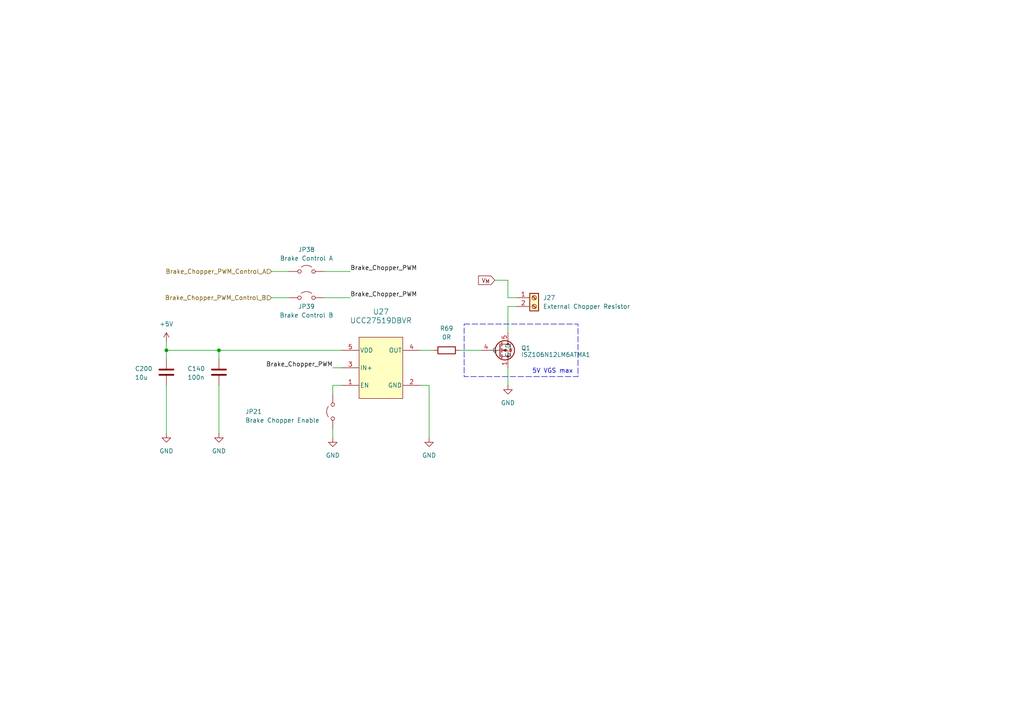
<source format=kicad_sch>
(kicad_sch (version 20231120) (generator "eeschema") (generator_version "8.0")
  (paper "A4")
  (title_block (title "HyperDrive Motor Controller") (rev "Mk. 1") (company "University of Alberta EcoCar Team"))
  (lib_symbols
    (symbol "Connector:Screw_Terminal_01x02" (pin_names (offset 1.016) hide)
      (property "Reference" "J" (at 0 2.54 0))
      (property "Value" "Screw_Terminal_01x02" (at 0 -5.08 0))
      (symbol "Screw_Terminal_01x02_1_1"
        (rectangle (start -1.27 1.27) (end 1.27 -3.81) (stroke (width 0.254)) (fill (type background)))
        (circle (center 0 -2.54) (radius 0.635) (stroke (width 0.1524)))
        (polyline (pts (xy -0.5334 -2.2098) (xy 0.3302 -3.048)) (stroke (width 0.1524)))
        (polyline (pts (xy -0.5334 0.3302) (xy 0.3302 -0.508)) (stroke (width 0.1524)))
        (polyline (pts (xy -0.3556 -2.032) (xy 0.508 -2.8702)) (stroke (width 0.1524)))
        (polyline (pts (xy -0.3556 0.508) (xy 0.508 -0.3302)) (stroke (width 0.1524)))
        (circle (center 0 0) (radius 0.635) (stroke (width 0.1524)))
        (pin passive line (at -5.08 0 0) (length 3.81) (name "Pin_1") (number "1"))
        (pin passive line (at -5.08 -2.54 0) (length 3.81) (name "Pin_2") (number "2"))
      )
    )
    (symbol "Device:C" (pin_numbers hide) (pin_names (offset 0.254))
      (property "Reference" "C" (at 0.635 2.54 0))
      (property "Value" "C" (at 0.635 -2.54 0))
      (symbol "C_0_1"
        (polyline (pts (xy -2.032 -0.762) (xy 2.032 -0.762)) (stroke (width 0.508)))
        (polyline (pts (xy -2.032 0.762) (xy 2.032 0.762)) (stroke (width 0.508)))
      )
      (symbol "C_1_1"
        (pin passive line (at 0 3.81 270) (length 2.794) (name "~") (number "1"))
        (pin passive line (at 0 -3.81 90) (length 2.794) (name "~") (number "2"))
      )
    )
    (symbol "Device:R" (pin_numbers hide) (pin_names (offset 0))
      (property "Reference" "R" (at 2.032 0 90))
      (property "Value" "R" (at 0 0 90))
      (symbol "R_0_1"
        (rectangle (start -1.016 -2.54) (end 1.016 2.54) (stroke (width 0.254)))
      )
      (symbol "R_1_1"
        (pin passive line (at 0 3.81 270) (length 1.27) (name "~") (number "1"))
        (pin passive line (at 0 -3.81 90) (length 1.27) (name "~") (number "2"))
      )
    )
    (symbol "Jumper:Jumper_2_Open" (pin_numbers hide) (pin_names (offset 0) hide) (exclude_from_sim yes)
      (property "Reference" "JP" (at 0 2.794 0))
      (property "Value" "Jumper_2_Open" (at 0 -2.286 0))
      (symbol "Jumper_2_Open_0_0"
        (circle (center -2.032 0) (radius 0.508))
        (circle (center 2.032 0) (radius 0.508))
      )
      (symbol "Jumper_2_Open_0_1"
        (arc (start 1.524 1.27) (mid 0 1.778) (end -1.524 1.27))
      )
      (symbol "Jumper_2_Open_1_1"
        (pin passive line (at -5.08 0 0) (length 2.54) (name "A") (number "1"))
        (pin passive line (at 5.08 0 180) (length 2.54) (name "B") (number "2"))
      )
    )
    (symbol "ecocad:UCC27519DBVR" (pin_names (offset 0.254))
      (property "Reference" "U" (at -0.762 16.51 0))
      (property "Value" "UCC27519DBVR" (at -0.762 13.97 0))
      (symbol "UCC27519DBVR_0_1"
        (pin input line (at -11.43 -5.08 0) (length 5.08) (name "EN") (number "1"))
        (pin power_in line (at 11.43 -5.08 180) (length 5.08) (name "GND") (number "2"))
        (pin input line (at -11.43 0 0) (length 5.08) (name "IN+") (number "3"))
        (pin output line (at 11.43 5.08 180) (length 5.08) (name "OUT") (number "4"))
        (pin power_in line (at -11.43 5.08 0) (length 5.08) (name "VDD") (number "5"))
      )
      (symbol "UCC27519DBVR_1_1"
        (rectangle (start -6.35 8.89) (end 6.35 -8.89) (fill (type background)))
      )
    )
    (symbol "ecocad_lib_symbols:5 pin NMOS"
      (property "Reference" "Q" (at -6.35 6.35 0))
      (symbol "5 pin NMOS_0_1"
        (circle (center -0.889 0) (radius 2.794) (stroke (width 0.254)))
        (circle (center 0 -1.778) (radius 0.254) (fill (type outline)))
        (polyline (pts (xy -2.286 0) (xy -5.08 0)))
        (polyline (pts (xy -2.286 1.905) (xy -2.286 -1.905)) (stroke (width 0.254)))
        (polyline (pts (xy -1.778 -1.27) (xy -1.778 -2.286)) (stroke (width 0.254)))
        (polyline (pts (xy -1.778 0.508) (xy -1.778 -0.508)) (stroke (width 0.254)))
        (polyline (pts (xy -1.778 2.286) (xy -1.778 1.27)) (stroke (width 0.254)))
        (polyline (pts (xy 0 2.54) (xy 0 1.778)))
        (polyline (pts (xy 0 -2.54) (xy 0 0) (xy -1.778 0)))
        (polyline (pts (xy -1.778 -1.778) (xy 0.762 -1.778) (xy 0.762 1.778) (xy -1.778 1.778)))
        (polyline (pts (xy -1.524 0) (xy -0.508 0.381) (xy -0.508 -0.381) (xy -1.524 0)) (fill (type outline)))
        (polyline (pts (xy 0.254 0.508) (xy 0.381 0.381) (xy 1.143 0.381) (xy 1.27 0.254)))
        (polyline (pts (xy 0.762 0.381) (xy 0.381 -0.254) (xy 1.143 -0.254) (xy 0.762 0.381)))
        (circle (center 0 1.778) (radius 0.254) (fill (type outline)))
      )
      (symbol "5 pin NMOS_1_1"
        (pin passive line (at 0 -5.08 90) (length 2.54) (name "S") (number "1"))
        (pin passive line (at 0 -5.08 90) (length 2.54) hide (name "S") (number "2"))
        (pin passive line (at 0 -5.08 90) (length 2.54) hide (name "S") (number "3"))
        (pin input line (at -7.62 0 0) (length 2.54) (name "G") (number "4"))
        (pin passive line (at 0 5.08 270) (length 2.54) (name "D") (number "5"))
      )
    )
    (symbol "power:+5V" (power) (pin_numbers hide) (pin_names (offset 0) hide)
      (property "Value" "+5V" (at 0 3.556 0))
      (symbol "+5V_0_1"
        (polyline (pts (xy -0.762 1.27) (xy 0 2.54)))
        (polyline (pts (xy 0 0) (xy 0 2.54)))
        (polyline (pts (xy 0 2.54) (xy 0.762 1.27)))
      )
      (symbol "+5V_1_1"
        (pin power_in line (at 0 0 90) (length 0) (name "~") (number "1"))
      )
    )
    (symbol "power:GND" (power) (pin_numbers hide) (pin_names (offset 0) hide)
      (property "Value" "GND" (at 0 -3.81 0))
      (symbol "GND_0_1"
        (polyline (pts (xy 0 0) (xy 0 -1.27) (xy 1.27 -1.27) (xy 0 -2.54) (xy -1.27 -1.27) (xy 0 -1.27)))
      )
      (symbol "GND_1_1"
        (pin power_in line (at 0 0 270) (length 0) (name "~") (number "1"))
      )
    )
  )
  (junction (at 48.26 101.6))
  (junction (at 63.5 101.6))
  (wire (pts (xy 96.52 106.68) (xy 99.06 106.68)))
  (wire (pts (xy 96.52 111.76) (xy 99.06 111.76)))
  (wire (pts (xy 63.5 101.6) (xy 63.5 104.14)))
  (wire (pts (xy 143.51 81.28) (xy 147.32 81.28)))
  (wire (pts (xy 63.5 111.76) (xy 63.5 125.73)))
  (wire (pts (xy 133.35 101.6) (xy 139.7 101.6)))
  (wire (pts (xy 147.32 88.9) (xy 147.32 96.52)))
  (wire (pts (xy 147.32 106.68) (xy 147.32 111.76)))
  (wire (pts (xy 48.26 99.06) (xy 48.26 101.6)))
  (wire (pts (xy 121.92 111.76) (xy 124.46 111.76)))
  (wire (pts (xy 48.26 111.76) (xy 48.26 125.73)))
  (wire (pts (xy 63.5 101.6) (xy 99.06 101.6)))
  (wire (pts (xy 78.74 86.36) (xy 83.82 86.36)))
  (wire (pts (xy 147.32 88.9) (xy 149.86 88.9)))
  (wire (pts (xy 96.52 124.46) (xy 96.52 127)))
  (wire (pts (xy 121.92 101.6) (xy 125.73 101.6)))
  (wire (pts (xy 93.98 78.74) (xy 101.6 78.74)))
  (wire (pts (xy 48.26 101.6) (xy 63.5 101.6)))
  (wire (pts (xy 93.98 86.36) (xy 101.6 86.36)))
  (wire (pts (xy 96.52 114.3) (xy 96.52 111.76)))
  (wire (pts (xy 48.26 104.14) (xy 48.26 101.6)))
  (wire (pts (xy 78.74 78.74) (xy 83.82 78.74)))
  (wire (pts (xy 124.46 111.76) (xy 124.46 127)))
  (wire (pts (xy 147.32 86.36) (xy 149.86 86.36)))
  (wire (pts (xy 147.32 81.28) (xy 147.32 86.36)))
  (rectangle (start 134.62 93.98) (end 167.64 109.22) (stroke (width 0) (type dash)))
  (text "5V VGS max" (at 160.274 107.696 0) (effects (font (size 1.27 1.27))))
  (label "Brake_Chopper_PWM" (at 101.6 86.36 0))
  (label "Brake_Chopper_PWM" (at 96.52 106.68 180))
  (label "Brake_Chopper_PWM" (at 101.6 78.74 0))
  (global_label "V_{M}" (shape input) (at 143.51 81.28 180) (property "Intersheetrefs" "${INTERSHEET_REFS}" (effects (hide yes))))
  (hierarchical_label "Brake_Chopper_PWM_Control_B" (shape input) (at 78.74 86.36 180))
  (hierarchical_label "Brake_Chopper_PWM_Control_A" (shape input) (at 78.74 78.74 180))
  (symbol (lib_id "Jumper:Jumper_2_Open") (at 96.52 119.38 90) (unit 1) (exclude_from_sim yes)
    (property "Reference" "JP21" (at 71.12 119.38 90) (effects (justify right)))
    (property "Value" "Brake Chopper Enable" (at 71.12 121.92 90) (effects (justify right)))
    (property "Footprint" "Resistor_SMD:R_0603_1608Metric" (effects (hide yes)))
    (property "Description" "Jumper, 2-pole, open" (effects (hide yes)))
  )
  (symbol (lib_id "ecocad_lib_symbols:5 pin NMOS") (at 147.32 101.6 0) (unit 1)
    (property "Reference" "Q1" (at 151.13 100.9649 0) (effects (justify left)))
    (property "Value" "ISZ106N12LM6ATMA1" (at 151.13 102.87 0) (effects (justify left)))
    (property "Footprint" "Package_TO_SOT_SMD:TDSON-8-1" (effects (hide yes)))
    (property "Datasheet" "https://www.infineon.com/dgdl/Infineon-ISZ106N12LM6-DataSheet-v02_00-EN.pdf?fileId=8ac78c8c850f4bee0185c27a3bb45372" (effects (hide yes)))
    (property "DK#" "448-ISZ106N12LM6ATMA1CT-ND" (effects (hide yes)))
  )
  (symbol (lib_id "Device:R") (at 129.54 101.6 90) (unit 1)
    (property "Reference" "R69" (at 129.54 95.25 90))
    (property "Value" "0R" (at 129.54 97.79 90))
    (property "Description" "Resistor" (effects (hide yes)))
  )
  (symbol (lib_id "power:GND") (at 147.32 111.76 0) (unit 1)
    (property "Reference" "#PWR0172" (effects (hide yes)))
    (property "Value" "GND" (at 147.32 116.84 0))
    (property "Description" "Power symbol creates a global label with name \"GND\" , ground" (effects (hide yes)))
  )
  (symbol (lib_id "Device:C") (at 48.26 107.95 0) (unit 1)
    (property "Reference" "C200" (at 39.116 106.934 0) (effects (justify left)))
    (property "Value" "10u" (at 39.116 109.474 0) (effects (justify left)))
    (property "Footprint" "Capacitor_SMD:C_1210_3225Metric" (effects (hide yes)))
    (property "Description" "Unpolarized capacitor" (effects (hide yes)))
  )
  (symbol (lib_id "power:+5V") (at 48.26 99.06 0) (unit 1)
    (property "Reference" "#PWR0176" (effects (hide yes)))
    (property "Value" "+5V" (at 48.26 93.98 0))
    (property "Description" "Power symbol creates a global label with name \"+5V\"" (effects (hide yes)))
  )
  (symbol (lib_id "Connector:Screw_Terminal_01x02") (at 154.94 86.36 0) (unit 1)
    (property "Reference" "J27" (at 157.48 86.3599 0) (effects (justify left)))
    (property "Value" "External Chopper Resistor" (at 157.48 88.8999 0) (effects (justify left)))
    (property "Footprint" "ecocad_lib_footprints:PHOENIX_1017503" (effects (hide yes)))
    (property "Description" "Generic screw terminal, single row, 01x02, script generated (kicad-library-utils/schlib/autogen/connector/)" (effects (hide yes)))
  )
  (symbol (lib_id "power:GND") (at 124.46 127 0) (unit 1)
    (property "Reference" "#PWR0173" (effects (hide yes)))
    (property "Value" "GND" (at 124.46 132.08 0))
    (property "Description" "Power symbol creates a global label with name \"GND\" , ground" (effects (hide yes)))
  )
  (symbol (lib_id "power:GND") (at 96.52 127 0) (unit 1)
    (property "Reference" "#PWR0177" (effects (hide yes)))
    (property "Value" "GND" (at 96.52 132.08 0))
    (property "Description" "Power symbol creates a global label with name \"GND\" , ground" (effects (hide yes)))
  )
  (symbol (lib_id "power:GND") (at 48.26 125.73 0) (unit 1)
    (property "Reference" "#PWR0284" (effects (hide yes)))
    (property "Value" "GND" (at 48.26 130.81 0))
    (property "Description" "Power symbol creates a global label with name \"GND\" , ground" (effects (hide yes)))
  )
  (symbol (lib_id "ecocad:UCC27519DBVR") (at 110.49 106.68 0) (unit 1)
    (property "Reference" "U27" (at 110.49 90.424 0) (effects (font (size 1.524 1.524))))
    (property "Value" "UCC27519DBVR" (at 110.49 92.964 0) (effects (font (size 1.524 1.524))))
    (property "Footprint" "Package_TO_SOT_SMD:SOT-23-5" (effects (hide yes)))
    (property "Datasheet" "UCC27519DBVR" (effects (hide yes)))
    (property "LCSC Part#" "C20623193" (effects (hide yes)))
    (property "DK#" "296-46483-1-ND" (effects (hide yes)))
  )
  (symbol (lib_id "power:GND") (at 63.5 125.73 0) (unit 1)
    (property "Reference" "#PWR0234" (effects (hide yes)))
    (property "Value" "GND" (at 63.5 130.81 0))
    (property "Description" "Power symbol creates a global label with name \"GND\" , ground" (effects (hide yes)))
  )
  (symbol (lib_id "Jumper:Jumper_2_Open") (at 88.9 78.74 0) (unit 1) (exclude_from_sim yes)
    (property "Reference" "JP38" (at 88.9 72.39 0))
    (property "Value" "Brake Control A" (at 88.9 74.93 0))
    (property "Footprint" "Resistor_SMD:R_0603_1608Metric" (effects (hide yes)))
    (property "Description" "Jumper, 2-pole, open" (effects (hide yes)))
  )
  (symbol (lib_id "Device:C") (at 63.5 107.95 0) (unit 1)
    (property "Reference" "C140" (at 54.356 106.934 0) (effects (justify left)))
    (property "Value" "100n" (at 54.356 109.474 0) (effects (justify left)))
    (property "Footprint" "Capacitor_SMD:C_0603_1608Metric" (effects (hide yes)))
    (property "Description" "Unpolarized capacitor" (effects (hide yes)))
  )
  (symbol (lib_id "Jumper:Jumper_2_Open") (at 88.9 86.36 0) (unit 1) (exclude_from_sim yes)
    (property "Reference" "JP39" (at 88.9 88.9 0))
    (property "Value" "Brake Control B" (at 88.9 91.44 0))
    (property "Footprint" "Resistor_SMD:R_0603_1608Metric" (effects (hide yes)))
    (property "Description" "Jumper, 2-pole, open" (effects (hide yes)))
  )
)
</source>
